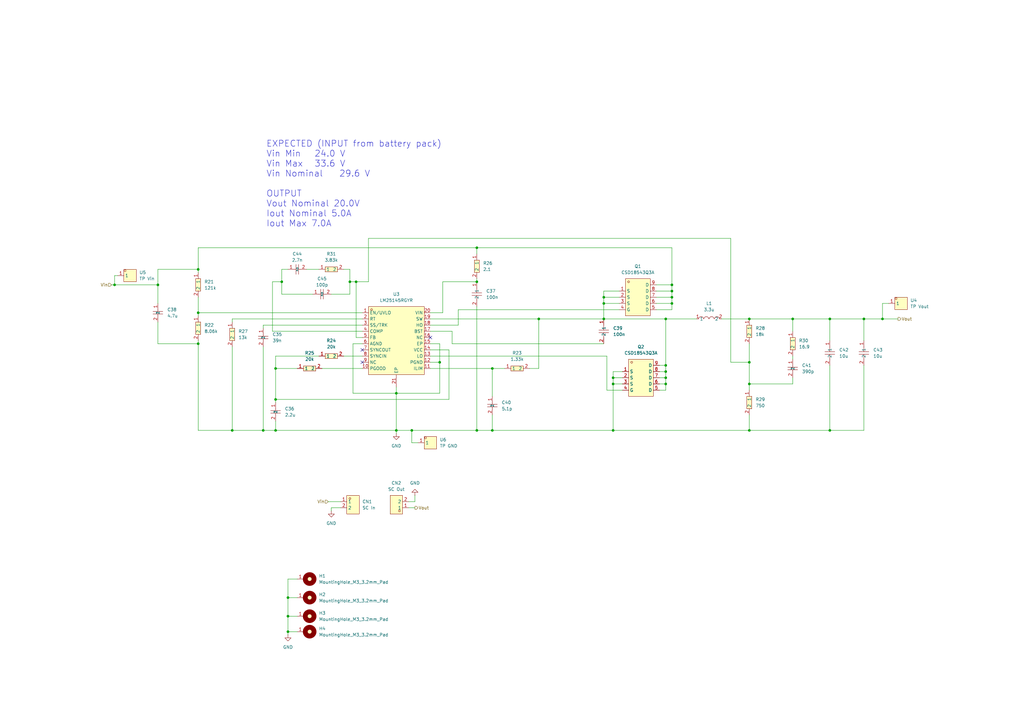
<source format=kicad_sch>
(kicad_sch (version 20250114) (generator "eeschema") (generator_version "9.0")
  (paper "A3")
  (lib_symbols
    (symbol "PCM_SL_Mechanical:MountingHole_M3_3.2mm_Pad"
      (property "Reference" "H" (at 0 7.62 0))
      (property "Value" "MountingHole_M3_3.2mm_Pad" (at 0 5.08 0))
      (symbol "MountingHole_M3_3.2mm_Pad_0_1"
        (circle (center 0 0) (radius 1.27) (fill (type background)))
        (circle (center 0 0) (radius 1.7961) (stroke (width 2)))
      )
      (symbol "MountingHole_M3_3.2mm_Pad_1_1"
        (pin passive line (at 0 -5.08 90) (length 2.54) (name "") (number "1"))
      )
    )
    (symbol "easyeda2kicad:0402CG101J500NT"
      (property "Reference" "C" (at 0 5.08 0))
      (property "Value" "0402CG101J500NT" (at 0 -5.08 0))
      (symbol "0402CG101J500NT_0_1"
        (polyline (pts (xy -1.27 0) (xy -0.51 0)))
        (polyline (pts (xy -0.51 2.03) (xy -0.51 -2.03)))
        (polyline (pts (xy 0.51 2.03) (xy 0.51 -2.03)))
        (polyline (pts (xy 0.51 0) (xy 1.27 0)))
        (pin input line (at -3.81 0 0) (length 2.54) (name "1") (number "1"))
        (pin input line (at 3.81 0 180) (length 2.54) (name "2") (number "2"))
      )
    )
    (symbol "easyeda2kicad:0402CG5R1C500NT"
      (property "Reference" "C" (at 0 5.08 0))
      (property "Value" "0402CG5R1C500NT" (at 0 -5.08 0))
      (symbol "0402CG5R1C500NT_0_1"
        (polyline (pts (xy -1.27 0) (xy -0.51 0)))
        (polyline (pts (xy -0.51 2.03) (xy -0.51 -2.03)))
        (polyline (pts (xy 0.51 2.03) (xy 0.51 -2.03)))
        (polyline (pts (xy 0.51 0) (xy 1.27 0)))
        (pin input line (at -3.81 0 0) (length 2.54) (name "1") (number "1"))
        (pin input line (at 3.81 0 180) (length 2.54) (name "2") (number "2"))
      )
    )
    (symbol "easyeda2kicad:0402WGF1213TCE"
      (property "Reference" "R" (at 0 5.08 0))
      (property "Value" "0402WGF1213TCE" (at 0 -5.08 0))
      (symbol "0402WGF1213TCE_0_1"
        (rectangle (start -2.54 1.02) (end 2.54 -1.02) (fill (type background)))
        (pin input line (at -5.08 0 0) (length 2.54) (name "1") (number "1"))
        (pin input line (at 5.08 0 180) (length 2.54) (name "2") (number "2"))
      )
    )
    (symbol "easyeda2kicad:0402WGF169JTCE"
      (property "Reference" "R" (at 0 5.08 0))
      (property "Value" "0402WGF169JTCE" (at 0 -5.08 0))
      (symbol "0402WGF169JTCE_0_1"
        (rectangle (start -2.54 1.02) (end 2.54 -1.02) (fill (type background)))
        (pin input line (at -5.08 0 0) (length 2.54) (name "1") (number "1"))
        (pin input line (at 5.08 0 180) (length 2.54) (name "2") (number "2"))
      )
    )
    (symbol "easyeda2kicad:0402WGF3831TCE"
      (property "Reference" "R" (at 0 5.08 0))
      (property "Value" "0402WGF3831TCE" (at 0 -5.08 0))
      (symbol "0402WGF3831TCE_0_1"
        (rectangle (start -2.54 1.02) (end 2.54 -1.02) (fill (type background)))
        (pin input line (at -5.08 0 0) (length 2.54) (name "1") (number "1"))
        (pin input line (at 5.08 0 180) (length 2.54) (name "2") (number "2"))
      )
    )
    (symbol "easyeda2kicad:0603B272K500NT"
      (property "Reference" "C" (at 0 5.08 0))
      (property "Value" "0603B272K500NT" (at 0 -5.08 0))
      (symbol "0603B272K500NT_0_1"
        (polyline (pts (xy -1.27 0) (xy -0.51 0)))
        (polyline (pts (xy -0.51 2.03) (xy -0.51 -2.03)))
        (polyline (pts (xy 0.51 2.03) (xy 0.51 -2.03)))
        (polyline (pts (xy 0.51 0) (xy 1.27 0)))
        (pin input line (at -3.81 0 0) (length 2.54) (name "1") (number "1"))
        (pin input line (at 3.81 0 180) (length 2.54) (name "2") (number "2"))
      )
    )
    (symbol "easyeda2kicad:0603B391K500NT"
      (property "Reference" "C" (at 0 5.08 0))
      (property "Value" "0603B391K500NT" (at 0 -5.08 0))
      (symbol "0603B391K500NT_0_1"
        (polyline (pts (xy -1.27 0) (xy -0.51 0)))
        (polyline (pts (xy -0.51 2.03) (xy -0.51 -2.03)))
        (polyline (pts (xy 0.51 2.03) (xy 0.51 -2.03)))
        (polyline (pts (xy 0.51 0) (xy 1.27 0)))
        (pin input line (at -3.81 0 0) (length 2.54) (name "1") (number "1"))
        (pin input line (at 3.81 0 180) (length 2.54) (name "2") (number "2"))
      )
    )
    (symbol "easyeda2kicad:0603B393K500NT"
      (property "Reference" "C" (at 0 5.08 0))
      (property "Value" "0603B393K500NT" (at 0 -5.08 0))
      (symbol "0603B393K500NT_0_1"
        (polyline (pts (xy -1.27 0) (xy -0.51 0)))
        (polyline (pts (xy -0.51 2.03) (xy -0.51 -2.03)))
        (polyline (pts (xy 0.51 2.03) (xy 0.51 -2.03)))
        (polyline (pts (xy 0.51 0) (xy 1.27 0)))
        (pin input line (at -3.81 0 0) (length 2.54) (name "1") (number "1"))
        (pin input line (at 3.81 0 180) (length 2.54) (name "2") (number "2"))
      )
    )
    (symbol "easyeda2kicad:0603WAF1302T5E"
      (property "Reference" "R" (at 0 5.08 0))
      (property "Value" "0603WAF1302T5E" (at 0 -5.08 0))
      (symbol "0603WAF1302T5E_0_1"
        (rectangle (start -2.54 1.02) (end 2.54 -1.02) (fill (type background)))
        (pin input line (at -5.08 0 0) (length 2.54) (name "1") (number "1"))
        (pin input line (at 5.08 0 180) (length 2.54) (name "2") (number "2"))
      )
    )
    (symbol "easyeda2kicad:0603WAF1802T5E"
      (property "Reference" "R" (at 0 5.08 0))
      (property "Value" "0603WAF1802T5E" (at 0 -5.08 0))
      (symbol "0603WAF1802T5E_0_1"
        (rectangle (start -2.54 1.02) (end 2.54 -1.02) (fill (type background)))
        (pin input line (at -5.08 0 0) (length 2.54) (name "1") (number "1"))
        (pin input line (at 5.08 0 180) (length 2.54) (name "2") (number "2"))
      )
    )
    (symbol "easyeda2kicad:0603WAF2002T5E"
      (property "Reference" "R" (at 0 5.08 0))
      (property "Value" "0603WAF2002T5E" (at 0 -5.08 0))
      (symbol "0603WAF2002T5E_0_1"
        (rectangle (start -2.54 1.02) (end 2.54 -1.02) (fill (type background)))
        (pin input line (at -5.08 0 0) (length 2.54) (name "1") (number "1"))
        (pin input line (at 5.08 0 180) (length 2.54) (name "2") (number "2"))
      )
    )
    (symbol "easyeda2kicad:0603WAF8061T5E"
      (property "Reference" "R" (at 0 5.08 0))
      (property "Value" "0603WAF8061T5E" (at 0 -5.08 0))
      (symbol "0603WAF8061T5E_0_1"
        (rectangle (start -2.54 1.02) (end 2.54 -1.02) (fill (type background)))
        (pin input line (at -5.08 0 0) (length 2.54) (name "1") (number "1"))
        (pin input line (at 5.08 0 180) (length 2.54) (name "2") (number "2"))
      )
    )
    (symbol "easyeda2kicad:1206B475K500NT"
      (property "Reference" "C" (at 0 5.08 0))
      (property "Value" "1206B475K500NT" (at 0 -5.08 0))
      (symbol "1206B475K500NT_0_1"
        (polyline (pts (xy -1.27 0) (xy -0.51 0)))
        (polyline (pts (xy -0.51 2.03) (xy -0.51 -2.03)))
        (polyline (pts (xy 0.51 2.03) (xy 0.51 -2.03)))
        (polyline (pts (xy 0.51 0) (xy 1.27 0)))
        (pin input line (at -3.81 0 0) (length 2.54) (name "1") (number "1"))
        (pin input line (at 3.81 0 180) (length 2.54) (name "2") (number "2"))
      )
    )
    (symbol "easyeda2kicad:5011"
      (property "Reference" "U" (at 0 5.08 0))
      (property "Value" "5011" (at 0 -5.08 0))
      (symbol "5011_0_1"
        (rectangle (start -2.54 2.54) (end 2.54 -2.54) (fill (type background)))
        (circle (center -2.03 2.03) (radius 0.38))
        (pin unspecified line (at -5.08 0 0) (length 2.54) (name "1") (number "1"))
      )
    )
    (symbol "easyeda2kicad:CC0603KRX7R9BB104"
      (property "Reference" "C" (at 0 5.08 0))
      (property "Value" "CC0603KRX7R9BB104" (at 0 -5.08 0))
      (symbol "CC0603KRX7R9BB104_0_1"
        (polyline (pts (xy -0.51 0) (xy -2.54 0)))
        (polyline (pts (xy -0.51 -2.03) (xy -0.51 2.03)))
        (polyline (pts (xy 0.51 2.03) (xy 0.51 -2.03)))
        (polyline (pts (xy 2.54 0) (xy 0.51 0)))
        (pin unspecified line (at -5.08 0 0) (length 2.54) (name "1") (number "1"))
        (pin unspecified line (at 5.08 0 180) (length 2.54) (name "2") (number "2"))
      )
    )
    (symbol "easyeda2kicad:CL31B225KBHNNNE"
      (property "Reference" "C" (at 0 5.08 0))
      (property "Value" "CL31B225KBHNNNE" (at 0 -5.08 0))
      (symbol "CL31B225KBHNNNE_0_1"
        (polyline (pts (xy -1.27 0) (xy -0.51 0)))
        (polyline (pts (xy -0.51 2.03) (xy -0.51 -2.03)))
        (polyline (pts (xy 0.51 2.03) (xy 0.51 -2.03)))
        (polyline (pts (xy 0.51 0) (xy 1.27 0)))
        (pin input line (at -3.81 0 0) (length 2.54) (name "1") (number "1"))
        (pin input line (at 3.81 0 180) (length 2.54) (name "2") (number "2"))
      )
    )
    (symbol "easyeda2kicad:CSD18543Q3A"
      (property "Reference" "Q" (at 0 11.43 0))
      (property "Value" "CSD18543Q3A" (at 0 -8.89 0))
      (symbol "CSD18543Q3A_0_1"
        (rectangle (start -5.08 8.89) (end 5.08 -6.35) (fill (type background)))
        (circle (center -3.81 7.62) (radius 0.38))
        (pin unspecified line (at -7.62 3.81 0) (length 2.54) (name "S") (number "1"))
        (pin unspecified line (at -7.62 1.27 0) (length 2.54) (name "S") (number "2"))
        (pin unspecified line (at -7.62 -1.27 0) (length 2.54) (name "S") (number "3"))
        (pin unspecified line (at -7.62 -3.81 0) (length 2.54) (name "G") (number "4"))
        (pin unspecified line (at 7.62 6.35 180) (length 2.54) (name "D") (number "9"))
        (pin unspecified line (at 7.62 3.81 180) (length 2.54) (name "D") (number "8"))
        (pin unspecified line (at 7.62 1.27 180) (length 2.54) (name "D") (number "7"))
        (pin unspecified line (at 7.62 -1.27 180) (length 2.54) (name "D") (number "6"))
        (pin unspecified line (at 7.62 -3.81 180) (length 2.54) (name "D") (number "5"))
      )
    )
    (symbol "easyeda2kicad:DB128V-5.08-2P-GN-S"
      (property "Reference" "CN" (at 0 6.35 0))
      (property "Value" "DB128V-5.08-2P-GN-S" (at 0 -6.35 0))
      (symbol "DB128V-5.08-2P-GN-S_0_1"
        (rectangle (start -2.54 3.81) (end 2.54 -3.81) (fill (type background)))
        (circle (center -1.27 2.54) (radius 0.38))
        (pin unspecified line (at -5.08 1.27 0) (length 2.54) (name "1") (number "1"))
        (pin unspecified line (at -5.08 -1.27 0) (length 2.54) (name "2") (number "2"))
      )
    )
    (symbol "easyeda2kicad:GRM21BR61H106KE43L"
      (property "Reference" "C" (at 0 5.08 0))
      (property "Value" "GRM21BR61H106KE43L" (at 0 -5.08 0))
      (symbol "GRM21BR61H106KE43L_0_1"
        (polyline (pts (xy -0.51 0) (xy -2.54 0)))
        (polyline (pts (xy -0.51 -2.03) (xy -0.51 2.03)))
        (polyline (pts (xy 0.51 2.03) (xy 0.51 -2.03)))
        (polyline (pts (xy 2.54 0) (xy 0.51 0)))
        (pin unspecified line (at -5.08 0 0) (length 2.54) (name "1") (number "1"))
        (pin unspecified line (at 5.08 0 180) (length 2.54) (name "2") (number "2"))
      )
    )
    (symbol "easyeda2kicad:LM25145RGYR"
      (property "Reference" "U" (at 0 16.51 0))
      (property "Value" "LM25145RGYR" (at 0 -24.13 0))
      (symbol "LM25145RGYR_0_1"
        (rectangle (start -11.43 13.97) (end 11.43 -13.97) (fill (type background)))
        (circle (center -10.16 12.7) (radius 0.38))
        (pin unspecified line (at -13.97 11.43 0) (length 2.54) (name "EN/UVLO") (number "1"))
        (pin unspecified line (at -13.97 8.89 0) (length 2.54) (name "RT") (number "2"))
        (pin unspecified line (at -13.97 6.35 0) (length 2.54) (name "SS/TRK") (number "3"))
        (pin unspecified line (at -13.97 3.81 0) (length 2.54) (name "COMP") (number "4"))
        (pin unspecified line (at -13.97 1.27 0) (length 2.54) (name "FB") (number "5"))
        (pin unspecified line (at -13.97 -1.27 0) (length 2.54) (name "AGND") (number "6"))
        (pin unspecified line (at -13.97 -3.81 0) (length 2.54) (name "SYNCOUT") (number "7"))
        (pin unspecified line (at -13.97 -6.35 0) (length 2.54) (name "SYNCIN") (number "8"))
        (pin unspecified line (at -13.97 -8.89 0) (length 2.54) (name "NC") (number "9"))
        (pin unspecified line (at -13.97 -11.43 0) (length 2.54) (name "PGOOD") (number "10"))
        (pin unspecified line (at 0 -19.05 90) (length 5.08) (name "EP") (number "21"))
        (pin unspecified line (at 13.97 11.43 180) (length 2.54) (name "VIN") (number "20"))
        (pin unspecified line (at 13.97 8.89 180) (length 2.54) (name "SW") (number "19"))
        (pin unspecified line (at 13.97 6.35 180) (length 2.54) (name "HO") (number "18"))
        (pin unspecified line (at 13.97 3.81 180) (length 2.54) (name "BST") (number "17"))
        (pin unspecified line (at 13.97 1.27 180) (length 2.54) (name "NC") (number "16"))
        (pin unspecified line (at 13.97 -1.27 180) (length 2.54) (name "EP") (number "15"))
        (pin unspecified line (at 13.97 -3.81 180) (length 2.54) (name "VCC") (number "14"))
        (pin unspecified line (at 13.97 -6.35 180) (length 2.54) (name "LO") (number "13"))
        (pin unspecified line (at 13.97 -8.89 180) (length 2.54) (name "PGND") (number "12"))
        (pin unspecified line (at 13.97 -11.43 180) (length 2.54) (name "ILIM") (number "11"))
      )
    )
    (symbol "easyeda2kicad:RC0402JR-07750RL"
      (property "Reference" "R" (at 0 5.08 0))
      (property "Value" "RC0402JR-07750RL" (at 0 -5.08 0))
      (symbol "RC0402JR-07750RL_0_1"
        (rectangle (start -2.54 1.02) (end 2.54 -1.02) (fill (type background)))
        (pin input line (at -5.08 0 0) (length 2.54) (name "1") (number "1"))
        (pin input line (at 5.08 0 180) (length 2.54) (name "2") (number "2"))
      )
    )
    (symbol "easyeda2kicad:RC0603FR-071K33L"
      (property "Reference" "R" (at 0 5.08 0))
      (property "Value" "RC0603FR-071K33L" (at 0 -5.08 0))
      (symbol "RC0603FR-071K33L_0_1"
        (rectangle (start -2.54 1.02) (end 2.54 -1.02) (fill (type background)))
        (pin input line (at -5.08 0 0) (length 2.54) (name "1") (number "1"))
        (pin input line (at 5.08 0 180) (length 2.54) (name "2") (number "2"))
      )
    )
    (symbol "easyeda2kicad:RS-03L2R10FT"
      (property "Reference" "R" (at 0 5.08 0))
      (property "Value" "RS-03L2R10FT" (at 0 -5.08 0))
      (symbol "RS-03L2R10FT_0_1"
        (rectangle (start -2.54 1.02) (end 2.54 -1.02) (fill (type background)))
        (pin unspecified line (at -5.08 0 0) (length 2.54) (name "1") (number "1"))
        (pin unspecified line (at 5.08 0 180) (length 2.54) (name "2") (number "2"))
      )
    )
    (symbol "easyeda2kicad:SMMS1040-3R3M"
      (property "Reference" "L" (at 0 5.08 0))
      (property "Value" "SMMS1040-3R3M" (at 0 -5.08 0))
      (symbol "SMMS1040-3R3M_0_1"
        (arc (start -2.27 -0.02) (mid -3.28 -0.9427) (end -4.29 -0.02))
        (arc (start -0.11 -0.02) (mid -1.12 -0.9471) (end -2.13 -0.02))
        (arc (start 2.04 -0.02) (mid 1.03 -0.9471) (end 0.02 -0.02))
        (arc (start 4.23 -0.02) (mid 3.22 -0.9471) (end 2.21 -0.02))
        (pin unspecified line (at -5.08 0 0) (length 0.762) (name "1") (number "1"))
        (pin unspecified line (at 5.08 0 180) (length 0.762) (name "2") (number "2"))
      )
    )
    (symbol "power:GND" (power) (pin_numbers (hide yes)) (pin_names (offset 0) (hide yes))
      (property "Value" "GND" (at 0 -3.81 0))
      (symbol "GND_0_1"
        (polyline (pts (xy 0 0) (xy 0 -1.27) (xy 1.27 -1.27) (xy 0 -2.54) (xy -1.27 -1.27) (xy 0 -1.27)))
      )
      (symbol "GND_1_1"
        (pin power_in line (at 0 0 270) (length 0) (name "~") (number "1"))
      )
    )
  )
  (text "EXPECTED (INPUT from battery pack)\nVin Min	24.0 V\nVin Max	33.6 V\nVin Nominal	29.6 V\n\nOUTPUT\nVout Nominal 20.0V\nIout Nominal 5.0A\nIout Max 7.0A" (at 109.22 75.438 0) (effects (font (size 2.54 2.54)) (justify left)))
  (junction (at 107.95 176.53))
  (junction (at 118.11 259.08))
  (junction (at 273.05 149.86))
  (junction (at 220.98 130.81))
  (junction (at 146.05 115.57))
  (junction (at 275.59 121.92))
  (junction (at 325.12 130.81))
  (junction (at 275.59 124.46))
  (junction (at 195.58 176.53))
  (junction (at 275.59 116.84))
  (junction (at 273.05 130.81))
  (junction (at 81.28 140.97))
  (junction (at 195.58 115.57))
  (junction (at 113.03 163.83))
  (junction (at 273.05 154.94))
  (junction (at 340.36 130.81))
  (junction (at 273.05 157.48))
  (junction (at 307.34 176.53))
  (junction (at 113.03 176.53))
  (junction (at 201.93 176.53))
  (junction (at 275.59 119.38))
  (junction (at 143.51 115.57))
  (junction (at 113.03 151.13))
  (junction (at 273.05 152.4))
  (junction (at 115.57 115.57))
  (junction (at 64.77 116.84))
  (junction (at 162.56 161.29))
  (junction (at 247.65 121.92))
  (junction (at 81.28 128.27))
  (junction (at 247.65 130.81))
  (junction (at 46.99 116.84))
  (junction (at 307.34 148.59))
  (junction (at 354.33 130.81))
  (junction (at 118.11 252.73))
  (junction (at 251.46 154.94))
  (junction (at 251.46 176.53))
  (junction (at 195.58 101.6))
  (junction (at 95.25 176.53))
  (junction (at 247.65 124.46))
  (junction (at 201.93 151.13))
  (junction (at 251.46 157.48))
  (junction (at 118.11 245.11))
  (junction (at 180.34 148.59))
  (junction (at 307.34 157.48))
  (junction (at 81.28 110.49))
  (junction (at 307.34 130.81))
  (junction (at 162.56 176.53))
  (junction (at 168.91 176.53))
  (junction (at 361.95 130.81))
  (junction (at 340.36 176.53))
  (no_connect (at 148.59 148.59))
  (no_connect (at 176.53 138.43))
  (no_connect (at 148.59 143.51))
  (wire (pts (xy 275.59 101.6) (xy 275.59 116.84)))
  (wire (pts (xy 118.11 245.11) (xy 118.11 252.73)))
  (wire (pts (xy 180.34 148.59) (xy 180.34 161.29)))
  (wire (pts (xy 325.12 130.81) (xy 325.12 135.89)))
  (wire (pts (xy 251.46 152.4) (xy 255.27 152.4)))
  (wire (pts (xy 361.95 124.46) (xy 364.49 124.46)))
  (wire (pts (xy 354.33 130.81) (xy 361.95 130.81)))
  (wire (pts (xy 195.58 176.53) (xy 201.93 176.53)))
  (wire (pts (xy 151.13 97.79) (xy 151.13 115.57)))
  (wire (pts (xy 111.76 115.57) (xy 111.76 135.89)))
  (wire (pts (xy 113.03 163.83) (xy 184.15 163.83)))
  (wire (pts (xy 143.51 115.57) (xy 143.51 120.65)))
  (wire (pts (xy 144.78 140.97) (xy 144.78 161.29)))
  (wire (pts (xy 168.91 176.53) (xy 168.91 181.61)))
  (wire (pts (xy 270.51 157.48) (xy 273.05 157.48)))
  (wire (pts (xy 325.12 130.81) (xy 340.36 130.81)))
  (wire (pts (xy 247.65 121.92) (xy 254 121.92)))
  (wire (pts (xy 162.56 176.53) (xy 162.56 177.8)))
  (wire (pts (xy 140.97 146.05) (xy 148.59 146.05)))
  (wire (pts (xy 162.56 161.29) (xy 180.34 161.29)))
  (wire (pts (xy 146.05 115.57) (xy 146.05 138.43)))
  (wire (pts (xy 113.03 151.13) (xy 121.92 151.13)))
  (wire (pts (xy 144.78 140.97) (xy 148.59 140.97)))
  (wire (pts (xy 299.72 97.79) (xy 299.72 148.59)))
  (wire (pts (xy 361.95 130.81) (xy 368.3 130.81)))
  (wire (pts (xy 176.53 146.05) (xy 248.92 146.05)))
  (wire (pts (xy 176.53 130.81) (xy 220.98 130.81)))
  (wire (pts (xy 269.24 121.92) (xy 275.59 121.92)))
  (wire (pts (xy 176.53 151.13) (xy 201.93 151.13)))
  (wire (pts (xy 307.34 176.53) (xy 340.36 176.53)))
  (wire (pts (xy 46.99 113.03) (xy 46.99 116.84)))
  (wire (pts (xy 247.65 124.46) (xy 254 124.46)))
  (wire (pts (xy 107.95 133.35) (xy 107.95 134.62)))
  (wire (pts (xy 113.03 146.05) (xy 113.03 151.13)))
  (wire (pts (xy 95.25 130.81) (xy 148.59 130.81)))
  (wire (pts (xy 295.91 130.81) (xy 307.34 130.81)))
  (wire (pts (xy 118.11 252.73) (xy 118.11 259.08)))
  (wire (pts (xy 247.65 119.38) (xy 254 119.38)))
  (wire (pts (xy 269.24 119.38) (xy 275.59 119.38)))
  (wire (pts (xy 247.65 119.38) (xy 247.65 121.92)))
  (wire (pts (xy 185.42 135.89) (xy 185.42 140.97)))
  (wire (pts (xy 118.11 259.08) (xy 118.11 260.35)))
  (wire (pts (xy 354.33 130.81) (xy 354.33 139.7)))
  (wire (pts (xy 187.96 127) (xy 187.96 133.35)))
  (wire (pts (xy 270.51 149.86) (xy 273.05 149.86)))
  (wire (pts (xy 275.59 116.84) (xy 275.59 119.38)))
  (wire (pts (xy 113.03 176.53) (xy 162.56 176.53)))
  (wire (pts (xy 248.92 146.05) (xy 248.92 160.02)))
  (wire (pts (xy 118.11 237.49) (xy 118.11 245.11)))
  (wire (pts (xy 325.12 154.94) (xy 325.12 157.48)))
  (wire (pts (xy 269.24 116.84) (xy 275.59 116.84)))
  (wire (pts (xy 125.73 110.49) (xy 130.81 110.49)))
  (wire (pts (xy 176.53 148.59) (xy 180.34 148.59)))
  (wire (pts (xy 162.56 158.75) (xy 162.56 161.29)))
  (wire (pts (xy 201.93 170.18) (xy 201.93 176.53)))
  (wire (pts (xy 201.93 151.13) (xy 201.93 162.56)))
  (wire (pts (xy 181.61 115.57) (xy 195.58 115.57)))
  (wire (pts (xy 220.98 151.13) (xy 217.17 151.13)))
  (wire (pts (xy 168.91 181.61) (xy 171.45 181.61)))
  (wire (pts (xy 307.34 130.81) (xy 325.12 130.81)))
  (wire (pts (xy 162.56 161.29) (xy 162.56 176.53)))
  (wire (pts (xy 111.76 115.57) (xy 115.57 115.57)))
  (wire (pts (xy 81.28 101.6) (xy 81.28 110.49)))
  (wire (pts (xy 46.99 113.03) (xy 48.26 113.03)))
  (wire (pts (xy 151.13 97.79) (xy 299.72 97.79)))
  (wire (pts (xy 273.05 152.4) (xy 273.05 154.94)))
  (wire (pts (xy 143.51 115.57) (xy 146.05 115.57)))
  (wire (pts (xy 340.36 149.86) (xy 340.36 176.53)))
  (wire (pts (xy 95.25 142.24) (xy 95.25 176.53)))
  (wire (pts (xy 64.77 110.49) (xy 81.28 110.49)))
  (wire (pts (xy 201.93 151.13) (xy 207.01 151.13)))
  (wire (pts (xy 273.05 149.86) (xy 273.05 152.4)))
  (wire (pts (xy 118.11 237.49) (xy 121.92 237.49)))
  (wire (pts (xy 115.57 120.65) (xy 128.27 120.65)))
  (wire (pts (xy 299.72 148.59) (xy 307.34 148.59)))
  (wire (pts (xy 340.36 130.81) (xy 354.33 130.81)))
  (wire (pts (xy 247.65 124.46) (xy 247.65 130.81)))
  (wire (pts (xy 81.28 121.92) (xy 81.28 128.27)))
  (wire (pts (xy 46.99 116.84) (xy 45.72 116.84)))
  (wire (pts (xy 307.34 170.18) (xy 307.34 176.53)))
  (wire (pts (xy 95.25 130.81) (xy 95.25 132.08)))
  (wire (pts (xy 144.78 161.29) (xy 162.56 161.29)))
  (wire (pts (xy 115.57 110.49) (xy 118.11 110.49)))
  (wire (pts (xy 275.59 119.38) (xy 275.59 121.92)))
  (wire (pts (xy 270.51 154.94) (xy 273.05 154.94)))
  (wire (pts (xy 176.53 128.27) (xy 181.61 128.27)))
  (wire (pts (xy 167.64 208.28) (xy 170.18 208.28)))
  (wire (pts (xy 111.76 135.89) (xy 148.59 135.89)))
  (wire (pts (xy 64.77 140.97) (xy 81.28 140.97)))
  (wire (pts (xy 64.77 124.46) (xy 64.77 116.84)))
  (wire (pts (xy 132.08 151.13) (xy 148.59 151.13)))
  (wire (pts (xy 220.98 130.81) (xy 247.65 130.81)))
  (wire (pts (xy 251.46 154.94) (xy 255.27 154.94)))
  (wire (pts (xy 95.25 176.53) (xy 107.95 176.53)))
  (wire (pts (xy 325.12 146.05) (xy 325.12 147.32)))
  (wire (pts (xy 107.95 176.53) (xy 113.03 176.53)))
  (wire (pts (xy 251.46 152.4) (xy 251.46 154.94)))
  (wire (pts (xy 269.24 124.46) (xy 275.59 124.46)))
  (wire (pts (xy 113.03 146.05) (xy 130.81 146.05)))
  (wire (pts (xy 273.05 130.81) (xy 285.75 130.81)))
  (wire (pts (xy 270.51 152.4) (xy 273.05 152.4)))
  (wire (pts (xy 307.34 157.48) (xy 307.34 160.02)))
  (wire (pts (xy 181.61 115.57) (xy 181.61 128.27)))
  (wire (pts (xy 195.58 115.57) (xy 195.58 114.3)))
  (wire (pts (xy 220.98 130.81) (xy 220.98 151.13)))
  (wire (pts (xy 81.28 128.27) (xy 148.59 128.27)))
  (wire (pts (xy 270.51 160.02) (xy 273.05 160.02)))
  (wire (pts (xy 135.89 120.65) (xy 143.51 120.65)))
  (wire (pts (xy 185.42 140.97) (xy 247.65 140.97)))
  (wire (pts (xy 195.58 101.6) (xy 195.58 104.14)))
  (wire (pts (xy 201.93 176.53) (xy 251.46 176.53)))
  (wire (pts (xy 167.64 205.74) (xy 170.18 205.74)))
  (wire (pts (xy 146.05 115.57) (xy 151.13 115.57)))
  (wire (pts (xy 81.28 128.27) (xy 81.28 129.54)))
  (wire (pts (xy 170.18 203.2) (xy 170.18 205.74)))
  (wire (pts (xy 140.97 110.49) (xy 143.51 110.49)))
  (wire (pts (xy 81.28 110.49) (xy 81.28 111.76)))
  (wire (pts (xy 354.33 149.86) (xy 354.33 176.53)))
  (wire (pts (xy 162.56 176.53) (xy 168.91 176.53)))
  (wire (pts (xy 107.95 133.35) (xy 148.59 133.35)))
  (wire (pts (xy 247.65 121.92) (xy 247.65 124.46)))
  (wire (pts (xy 273.05 154.94) (xy 273.05 157.48)))
  (wire (pts (xy 134.62 205.74) (xy 139.7 205.74)))
  (wire (pts (xy 115.57 115.57) (xy 115.57 120.65)))
  (wire (pts (xy 195.58 125.73) (xy 195.58 176.53)))
  (wire (pts (xy 168.91 176.53) (xy 195.58 176.53)))
  (wire (pts (xy 113.03 172.72) (xy 113.03 176.53)))
  (wire (pts (xy 180.34 140.97) (xy 180.34 148.59)))
  (wire (pts (xy 135.89 208.28) (xy 135.89 209.55)))
  (wire (pts (xy 269.24 127) (xy 275.59 127)))
  (wire (pts (xy 247.65 130.81) (xy 273.05 130.81)))
  (wire (pts (xy 64.77 132.08) (xy 64.77 140.97)))
  (wire (pts (xy 118.11 245.11) (xy 121.92 245.11)))
  (wire (pts (xy 184.15 143.51) (xy 184.15 163.83)))
  (wire (pts (xy 307.34 148.59) (xy 307.34 157.48)))
  (wire (pts (xy 81.28 176.53) (xy 95.25 176.53)))
  (wire (pts (xy 251.46 176.53) (xy 307.34 176.53)))
  (wire (pts (xy 176.53 135.89) (xy 185.42 135.89)))
  (wire (pts (xy 187.96 127) (xy 254 127)))
  (wire (pts (xy 143.51 110.49) (xy 143.51 115.57)))
  (wire (pts (xy 64.77 110.49) (xy 64.77 116.84)))
  (wire (pts (xy 81.28 139.7) (xy 81.28 140.97)))
  (wire (pts (xy 81.28 101.6) (xy 195.58 101.6)))
  (wire (pts (xy 275.59 121.92) (xy 275.59 124.46)))
  (wire (pts (xy 361.95 124.46) (xy 361.95 130.81)))
  (wire (pts (xy 135.89 208.28) (xy 139.7 208.28)))
  (wire (pts (xy 251.46 154.94) (xy 251.46 157.48)))
  (wire (pts (xy 113.03 151.13) (xy 113.03 163.83)))
  (wire (pts (xy 273.05 130.81) (xy 273.05 149.86)))
  (wire (pts (xy 81.28 140.97) (xy 81.28 176.53)))
  (wire (pts (xy 176.53 140.97) (xy 180.34 140.97)))
  (wire (pts (xy 251.46 157.48) (xy 255.27 157.48)))
  (wire (pts (xy 113.03 165.1) (xy 113.03 163.83)))
  (wire (pts (xy 115.57 110.49) (xy 115.57 115.57)))
  (wire (pts (xy 176.53 133.35) (xy 187.96 133.35)))
  (wire (pts (xy 251.46 157.48) (xy 251.46 176.53)))
  (wire (pts (xy 275.59 124.46) (xy 275.59 127)))
  (wire (pts (xy 146.05 138.43) (xy 148.59 138.43)))
  (wire (pts (xy 307.34 157.48) (xy 325.12 157.48)))
  (wire (pts (xy 195.58 101.6) (xy 275.59 101.6)))
  (wire (pts (xy 176.53 143.51) (xy 184.15 143.51)))
  (wire (pts (xy 118.11 252.73) (xy 121.92 252.73)))
  (wire (pts (xy 118.11 259.08) (xy 121.92 259.08)))
  (wire (pts (xy 273.05 157.48) (xy 273.05 160.02)))
  (wire (pts (xy 340.36 130.81) (xy 340.36 139.7)))
  (wire (pts (xy 248.92 160.02) (xy 255.27 160.02)))
  (wire (pts (xy 340.36 176.53) (xy 354.33 176.53)))
  (wire (pts (xy 307.34 140.97) (xy 307.34 148.59)))
  (wire (pts (xy 107.95 142.24) (xy 107.95 176.53)))
  (wire (pts (xy 64.77 116.84) (xy 46.99 116.84)))
  (hierarchical_label "Vout" (shape output) (at 170.18 208.28 0))
  (hierarchical_label "Vin" (shape input) (at 45.72 116.84 180))
  (hierarchical_label "Vout" (shape output) (at 368.3 130.81 0))
  (hierarchical_label "Vin" (shape input) (at 134.62 205.74 180))
  (symbol (lib_id "easyeda2kicad:LM25145RGYR") (at 162.56 139.7 0) (unit 1)
    (property "Reference" "U3" (at 162.56 120.65 0))
    (property "Value" "LM25145RGYR" (at 162.56 123.19 0))
    (property "Footprint" "easyeda2kicad:VQFN-20_L4.5-W3.5-P0.50-BL-EP" (effects (hide yes)))
    (property "LCSC Part" "C2876740" (effects (hide yes)))
  )
  (symbol (lib_id "power:GND") (at 118.11 260.35 0) (unit 1)
    (property "Reference" "#PWR036" (effects (hide yes)))
    (property "Value" "GND" (at 118.11 265.43 0))
    (property "Description" "Power symbol creates a global label with name \"GND\" , ground" (effects (hide yes)))
  )
  (symbol (lib_id "easyeda2kicad:DB128V-5.08-2P-GN-S") (at 162.56 207.01 180) (unit 1)
    (property "Reference" "CN2" (at 162.56 198.12 0))
    (property "Value" "SC Out" (at 162.56 200.66 0))
    (property "Footprint" "easyeda2kicad:CONN-TH_2P-P5.08_DIBO_DB128V-5.08" (effects (hide yes)))
    (property "LCSC Part" "C2915639" (effects (hide yes)))
  )
  (symbol (lib_id "easyeda2kicad:CC0603KRX7R9BB104") (at 195.58 120.65 270) (unit 1)
    (property "Reference" "C37" (at 199.39 119.3799 90) (effects (justify left)))
    (property "Value" "100n" (at 199.39 121.9199 90) (effects (justify left)))
    (property "Footprint" "easyeda2kicad:C0603" (effects (hide yes)))
    (property "Datasheet" "https://lcsc.com/product-detail/Multilayer-Ceramic-Capacitors-MLCC-SMD-SMT_100nF-104-10-50V_C14663.html" (effects (hide yes)))
    (property "LCSC Part" "C14663" (effects (hide yes)))
  )
  (symbol (lib_id "easyeda2kicad:5011") (at 176.53 181.61 0) (unit 1)
    (property "Reference" "U6" (at 180.34 180.3399 0) (effects (justify left)))
    (property "Value" "TP GND" (at 180.34 182.8799 0) (effects (justify left)))
    (property "Footprint" "easyeda2kicad:TEST-TH_BD3.17-P1.87" (effects (hide yes)))
    (property "Datasheet" "https://lcsc.com/product-detail/Test-Points-Test-Rings_Keystone_5011_Keystone-5011_C238127.html" (effects (hide yes)))
    (property "LCSC Part" "C238127" (effects (hide yes)))
  )
  (symbol (lib_id "easyeda2kicad:0402CG5R1C500NT") (at 201.93 166.37 270) (unit 1)
    (property "Reference" "C40" (at 205.74 165.0999 90) (effects (justify left)))
    (property "Value" "5.1p" (at 205.74 167.6399 90) (effects (justify left)))
    (property "Footprint" "easyeda2kicad:C0402" (effects (hide yes)))
    (property "Datasheet" "https://lcsc.com/product-detail/Multilayer-Ceramic-Capacitors-MLCC-SMD-SMT_5-1pF-5R1-0-25pF-50V_C60220.html" (effects (hide yes)))
    (property "LCSC Part" "C60220" (effects (hide yes)))
  )
  (symbol (lib_id "easyeda2kicad:0402WGF169JTCE") (at 325.12 140.97 270) (unit 1)
    (property "Reference" "R30" (at 327.66 139.6999 90) (effects (justify left)))
    (property "Value" "16.9" (at 327.66 142.2399 90) (effects (justify left)))
    (property "Footprint" "easyeda2kicad:R0402" (effects (hide yes)))
    (property "Datasheet" "https://lcsc.com/product-detail/Chip-Resistor-Surface-Mount-UniOhm_16-9R-16R9-1_C82287.html" (effects (hide yes)))
    (property "LCSC Part" "C82287" (effects (hide yes)))
  )
  (symbol (lib_id "easyeda2kicad:RC0603FR-071K33L") (at 212.09 151.13 0) (unit 1)
    (property "Reference" "R23" (at 212.09 144.78 0))
    (property "Value" "1.33k" (at 212.09 147.32 0))
    (property "Footprint" "easyeda2kicad:R0603" (effects (hide yes)))
    (property "Datasheet" "https://lcsc.com/product-detail/_RC0603FR-071K33L_C137778.html" (effects (hide yes)))
    (property "LCSC Part" "C137778" (effects (hide yes)))
  )
  (symbol (lib_id "easyeda2kicad:CSD18543Q3A") (at 262.89 156.21 0) (unit 1)
    (property "Reference" "Q2" (at 262.89 142.24 0))
    (property "Value" "CSD18543Q3A" (at 262.89 144.78 0))
    (property "Footprint" "easyeda2kicad:VSONP-8_L3.1-W3.1-P0.65-LS3.5-BL" (effects (hide yes)))
    (property "LCSC Part" "C840100" (effects (hide yes)))
  )
  (symbol (lib_id "easyeda2kicad:0603B393K500NT") (at 107.95 138.43 270) (unit 1)
    (property "Reference" "C35" (at 111.76 137.1599 90) (effects (justify left)))
    (property "Value" "39n" (at 111.76 139.6999 90) (effects (justify left)))
    (property "Footprint" "easyeda2kicad:C0603" (effects (hide yes)))
    (property "Datasheet" "https://lcsc.com/product-detail/Multilayer-Ceramic-Capacitors-MLCC-SMD-SMT_39nF-393-10-50V_C1619.html" (effects (hide yes)))
    (property "LCSC Part" "C1619" (effects (hide yes)))
  )
  (symbol (lib_id "PCM_SL_Mechanical:MountingHole_M3_3.2mm_Pad") (at 127 259.08 270) (unit 1)
    (property "Reference" "H4" (at 130.81 257.8099 90) (effects (justify left)))
    (property "Value" "MountingHole_M3_3.2mm_Pad" (at 130.81 260.3499 90) (effects (justify left)))
    (property "Footprint" "PCM_SL_Mechanical:MountingHole_3.2mm_Pad" (effects (hide yes)))
    (property "Description" "3.2mm Diameter Mounting Hole Pad (M3)" (effects (hide yes)))
  )
  (symbol (lib_id "power:GND") (at 135.89 209.55 0) (unit 1)
    (property "Reference" "#PWR034" (effects (hide yes)))
    (property "Value" "GND" (at 135.89 214.63 0))
    (property "Description" "Power symbol creates a global label with name \"GND\" , ground" (effects (hide yes)))
  )
  (symbol (lib_id "easyeda2kicad:0603WAF8061T5E") (at 81.28 134.62 270) (unit 1)
    (property "Reference" "R22" (at 83.82 133.3499 90) (effects (justify left)))
    (property "Value" "8.06k" (at 83.82 135.8899 90) (effects (justify left)))
    (property "Footprint" "easyeda2kicad:R0603" (effects (hide yes)))
    (property "Datasheet" "https://lcsc.com/product-detail/Chip-Resistor-Surface-Mount-UniOhm_8-06KR-8061-1_C23112.html" (effects (hide yes)))
    (property "LCSC Part" "C23112" (effects (hide yes)))
  )
  (symbol (lib_id "easyeda2kicad:CC0603KRX7R9BB104") (at 247.65 135.89 270) (unit 1)
    (property "Reference" "C39" (at 251.46 134.6199 90) (effects (justify left)))
    (property "Value" "100n" (at 251.46 137.1599 90) (effects (justify left)))
    (property "Footprint" "easyeda2kicad:C0603" (effects (hide yes)))
    (property "Datasheet" "https://lcsc.com/product-detail/Multilayer-Ceramic-Capacitors-MLCC-SMD-SMT_100nF-104-10-50V_C14663.html" (effects (hide yes)))
    (property "LCSC Part" "C14663" (effects (hide yes)))
  )
  (symbol (lib_id "power:GND") (at 162.56 177.8 0) (unit 1)
    (property "Reference" "#PWR033" (effects (hide yes)))
    (property "Value" "GND" (at 162.56 182.88 0))
    (property "Description" "Power symbol creates a global label with name \"GND\" , ground" (effects (hide yes)))
  )
  (symbol (lib_id "easyeda2kicad:RS-03L2R10FT") (at 195.58 109.22 270) (unit 1)
    (property "Reference" "R26" (at 198.12 107.9499 90) (effects (justify left)))
    (property "Value" "2.1" (at 198.12 110.4899 90) (effects (justify left)))
    (property "Footprint" "easyeda2kicad:R0603" (effects (hide yes)))
    (property "Datasheet" "https://lcsc.com/product-detail/Others_Guangdong-Fenghua-Advanced-Tech-RS-03L2R10FT_C322117.html" (effects (hide yes)))
    (property "LCSC Part" "C322117" (effects (hide yes)))
  )
  (symbol (lib_id "easyeda2kicad:1206B475K500NT") (at 64.77 128.27 270) (unit 1)
    (property "Reference" "C38" (at 68.58 126.9999 90) (effects (justify left)))
    (property "Value" "4.7u" (at 68.58 129.5399 90) (effects (justify left)))
    (property "Footprint" "easyeda2kicad:C1206" (effects (hide yes)))
    (property "Datasheet" "https://lcsc.com/product-detail/Multilayer-Ceramic-Capacitors-MLCC-SMD-SMT_4-7uF-475-10-50V_C29823.html" (effects (hide yes)))
    (property "LCSC Part" "C29823" (effects (hide yes)))
  )
  (symbol (lib_id "easyeda2kicad:0402WGF3831TCE") (at 135.89 110.49 0) (unit 1)
    (property "Reference" "R31" (at 135.89 104.14 0))
    (property "Value" "3.83k" (at 135.89 106.68 0))
    (property "Footprint" "easyeda2kicad:R0402" (effects (hide yes)))
    (property "Datasheet" "https://lcsc.com/product-detail/Chip-Resistor-Surface-Mount-UniOhm_3-83KR-3831-1_C67236.html" (effects (hide yes)))
    (property "LCSC Part" "C67236" (effects (hide yes)))
  )
  (symbol (lib_id "easyeda2kicad:CL31B225KBHNNNE") (at 113.03 168.91 270) (unit 1)
    (property "Reference" "C36" (at 116.84 167.6399 90) (effects (justify left)))
    (property "Value" "2.2u" (at 116.84 170.1799 90) (effects (justify left)))
    (property "Footprint" "easyeda2kicad:C1206" (effects (hide yes)))
    (property "Datasheet" "https://lcsc.com/product-detail/Multilayer-Ceramic-Capacitors-MLCC-SMD-SMT_SAMSUNG_CL31B225KBHNNNE_2-2uF-225-10-50V_C50254.html" (effects (hide yes)))
    (property "LCSC Part" "C50254" (effects (hide yes)))
  )
  (symbol (lib_id "easyeda2kicad:GRM21BR61H106KE43L") (at 354.33 144.78 270) (unit 1)
    (property "Reference" "C43" (at 358.14 143.5099 90) (effects (justify left)))
    (property "Value" "10u" (at 358.14 146.0499 90) (effects (justify left)))
    (property "Footprint" "easyeda2kicad:C0805" (effects (hide yes)))
    (property "Datasheet" "https://lcsc.com/product-detail/Multilayer-Ceramic-Capacitors-MLCC-SMD-SMT_Murata-Electronics-GRM21BR61H106KE43L_C440198.html" (effects (hide yes)))
    (property "LCSC Part" "C440198" (effects (hide yes)))
  )
  (symbol (lib_id "easyeda2kicad:0603WAF2002T5E") (at 127 151.13 0) (unit 1)
    (property "Reference" "R25" (at 127 144.78 0))
    (property "Value" "20k" (at 127 147.32 0))
    (property "Footprint" "easyeda2kicad:R0603" (effects (hide yes)))
    (property "Datasheet" "https://lcsc.com/product-detail/Chip-Resistor-Surface-Mount-UniOhm_20KR-2002-1_C4184.html" (effects (hide yes)))
    (property "LCSC Part" "C4184" (effects (hide yes)))
  )
  (symbol (lib_id "PCM_SL_Mechanical:MountingHole_M3_3.2mm_Pad") (at 127 252.73 270) (unit 1)
    (property "Reference" "H3" (at 130.81 251.4599 90) (effects (justify left)))
    (property "Value" "MountingHole_M3_3.2mm_Pad" (at 130.81 253.9999 90) (effects (justify left)))
    (property "Footprint" "PCM_SL_Mechanical:MountingHole_3.2mm_Pad" (effects (hide yes)))
    (property "Description" "3.2mm Diameter Mounting Hole Pad (M3)" (effects (hide yes)))
  )
  (symbol (lib_id "easyeda2kicad:5011") (at 369.57 124.46 0) (unit 1)
    (property "Reference" "U4" (at 373.38 123.1899 0) (effects (justify left)))
    (property "Value" "TP Vout" (at 373.38 125.7299 0) (effects (justify left)))
    (property "Footprint" "easyeda2kicad:TEST-TH_BD3.17-P1.87" (effects (hide yes)))
    (property "Datasheet" "https://lcsc.com/product-detail/Test-Points-Test-Rings_Keystone_5011_Keystone-5011_C238127.html" (effects (hide yes)))
    (property "LCSC Part" "C238127" (effects (hide yes)))
  )
  (symbol (lib_id "easyeda2kicad:GRM21BR61H106KE43L") (at 340.36 144.78 270) (unit 1)
    (property "Reference" "C42" (at 344.17 143.5099 90) (effects (justify left)))
    (property "Value" "10u" (at 344.17 146.0499 90) (effects (justify left)))
    (property "Footprint" "easyeda2kicad:C0805" (effects (hide yes)))
    (property "Datasheet" "https://lcsc.com/product-detail/Multilayer-Ceramic-Capacitors-MLCC-SMD-SMT_Murata-Electronics-GRM21BR61H106KE43L_C440198.html" (effects (hide yes)))
    (property "LCSC Part" "C440198" (effects (hide yes)))
  )
  (symbol (lib_id "easyeda2kicad:0603WAF1802T5E") (at 307.34 135.89 270) (unit 1)
    (property "Reference" "R28" (at 309.88 134.6199 90) (effects (justify left)))
    (property "Value" "18k" (at 309.88 137.1599 90) (effects (justify left)))
    (property "Footprint" "easyeda2kicad:R0603" (effects (hide yes)))
    (property "Datasheet" "https://lcsc.com/product-detail/Chip-Resistor-Surface-Mount-UniOhm_18KR-1802-1_C25810.html" (effects (hide yes)))
    (property "LCSC Part" "C25810" (effects (hide yes)))
  )
  (symbol (lib_id "easyeda2kicad:0402WGF1213TCE") (at 81.28 116.84 270) (unit 1)
    (property "Reference" "R21" (at 83.82 115.5699 90) (effects (justify left)))
    (property "Value" "121k" (at 83.82 118.1099 90) (effects (justify left)))
    (property "Footprint" "easyeda2kicad:R0402" (effects (hide yes)))
    (property "Datasheet" "https://lcsc.com/product-detail/Chip-Resistor-Surface-Mount-UniOhm_121KR-1213-1_C11693.html" (effects (hide yes)))
    (property "LCSC Part" "C11693" (effects (hide yes)))
  )
  (symbol (lib_id "easyeda2kicad:0402CG101J500NT") (at 132.08 120.65 0) (unit 1)
    (property "Reference" "C45" (at 132.08 114.3 0))
    (property "Value" "100p" (at 132.08 116.84 0))
    (property "Footprint" "easyeda2kicad:C0402" (effects (hide yes)))
    (property "Datasheet" "https://lcsc.com/product-detail/Multilayer-Ceramic-Capacitors-MLCC-SMD-SMT_100pF-101-5-50V_C1546.html" (effects (hide yes)))
    (property "LCSC Part" "C1546" (effects (hide yes)))
  )
  (symbol (lib_id "easyeda2kicad:RC0402JR-07750RL") (at 307.34 165.1 270) (unit 1)
    (property "Reference" "R29" (at 309.88 163.8299 90) (effects (justify left)))
    (property "Value" "750" (at 309.88 166.3699 90) (effects (justify left)))
    (property "Footprint" "easyeda2kicad:R0402" (effects (hide yes)))
    (property "Datasheet" "https://lcsc.com/product-detail/Chip-Resistor-Surface-Mount_750R-751-5_C137842.html" (effects (hide yes)))
    (property "LCSC Part" "C137842" (effects (hide yes)))
  )
  (symbol (lib_id "easyeda2kicad:0603WAF1302T5E") (at 95.25 137.16 270) (unit 1)
    (property "Reference" "R27" (at 97.79 135.8899 90) (effects (justify left)))
    (property "Value" "13k" (at 97.79 138.4299 90) (effects (justify left)))
    (property "Footprint" "easyeda2kicad:R0603" (effects (hide yes)))
    (property "Datasheet" "https://lcsc.com/product-detail/Chip-Resistor-Surface-Mount-UniOhm_13KR-1302-1_C22797.html" (effects (hide yes)))
    (property "LCSC Part" "C22797" (effects (hide yes)))
  )
  (symbol (lib_id "easyeda2kicad:0603B391K500NT") (at 325.12 151.13 270) (unit 1)
    (property "Reference" "C41" (at 328.93 149.8599 90) (effects (justify left)))
    (property "Value" "390p" (at 328.93 152.3999 90) (effects (justify left)))
    (property "Footprint" "easyeda2kicad:C0603" (effects (hide yes)))
    (property "Datasheet" "https://lcsc.com/product-detail/Multilayer-Ceramic-Capacitors-MLCC-SMD-SMT_390pF-391-10-50V_C1617.html" (effects (hide yes)))
    (property "LCSC Part" "C1617" (effects (hide yes)))
  )
  (symbol (lib_id "PCM_SL_Mechanical:MountingHole_M3_3.2mm_Pad") (at 127 237.49 270) (unit 1)
    (property "Reference" "H1" (at 130.81 236.2199 90) (effects (justify left)))
    (property "Value" "MountingHole_M3_3.2mm_Pad" (at 130.81 238.7599 90) (effects (justify left)))
    (property "Footprint" "PCM_SL_Mechanical:MountingHole_3.2mm_Pad" (effects (hide yes)))
    (property "Description" "3.2mm Diameter Mounting Hole Pad (M3)" (effects (hide yes)))
  )
  (symbol (lib_id "easyeda2kicad:DB128V-5.08-2P-GN-S") (at 144.78 207.01 0) (unit 1)
    (property "Reference" "CN1" (at 148.59 205.7399 0) (effects (justify left)))
    (property "Value" "SC In" (at 148.59 208.2799 0) (effects (justify left)))
    (property "Footprint" "easyeda2kicad:CONN-TH_2P-P5.08_DIBO_DB128V-5.08" (effects (hide yes)))
    (property "LCSC Part" "C2915639" (effects (hide yes)))
  )
  (symbol (lib_id "easyeda2kicad:SMMS1040-3R3M") (at 290.83 130.81 0) (mirror x) (unit 1)
    (property "Reference" "L1" (at 290.83 124.46 0))
    (property "Value" "3.3u" (at 290.83 127 0))
    (property "Footprint" "easyeda2kicad:IND-SMD_L11.5-W10.0_SMMS1040" (effects (hide yes)))
    (property "Datasheet" "https://lcsc.com/product-detail/Power-Inductors_3-3uH-20_C149592.html" (effects (hide yes)))
    (property "LCSC Part" "C149592" (effects (hide yes)))
  )
  (symbol (lib_id "easyeda2kicad:5011") (at 53.34 113.03 0) (unit 1)
    (property "Reference" "U5" (at 57.15 111.7599 0) (effects (justify left)))
    (property "Value" "TP Vin" (at 57.15 114.2999 0) (effects (justify left)))
    (property "Footprint" "easyeda2kicad:TEST-TH_BD3.17-P1.87" (effects (hide yes)))
    (property "Datasheet" "https://lcsc.com/product-detail/Test-Points-Test-Rings_Keystone_5011_Keystone-5011_C238127.html" (effects (hide yes)))
    (property "LCSC Part" "C238127" (effects (hide yes)))
  )
  (symbol (lib_id "easyeda2kicad:0603B272K500NT") (at 121.92 110.49 0) (unit 1)
    (property "Reference" "C44" (at 121.92 104.14 0))
    (property "Value" "2.7n" (at 121.92 106.68 0))
    (property "Footprint" "easyeda2kicad:C0603" (effects (hide yes)))
    (property "Datasheet" "https://lcsc.com/product-detail/Multilayer-Ceramic-Capacitors-MLCC-SMD-SMT_2-7nF-272-10-50V_C1609.html" (effects (hide yes)))
    (property "LCSC Part" "C1609" (effects (hide yes)))
  )
  (symbol (lib_id "easyeda2kicad:0603WAF2002T5E") (at 135.89 146.05 0) (unit 1)
    (property "Reference" "R24" (at 135.89 139.7 0))
    (property "Value" "20k" (at 135.89 142.24 0))
    (property "Footprint" "easyeda2kicad:R0603" (effects (hide yes)))
    (property "Datasheet" "https://lcsc.com/product-detail/Chip-Resistor-Surface-Mount-UniOhm_20KR-2002-1_C4184.html" (effects (hide yes)))
    (property "LCSC Part" "C4184" (effects (hide yes)))
  )
  (symbol (lib_id "power:GND") (at 170.18 203.2 180) (unit 1)
    (property "Reference" "#PWR035" (effects (hide yes)))
    (property "Value" "GND" (at 170.18 198.12 0))
    (property "Description" "Power symbol creates a global label with name \"GND\" , ground" (effects (hide yes)))
  )
  (symbol (lib_id "easyeda2kicad:CSD18543Q3A") (at 261.62 123.19 0) (unit 1)
    (property "Reference" "Q1" (at 261.62 109.22 0))
    (property "Value" "CSD18543Q3A" (at 261.62 111.76 0))
    (property "Footprint" "easyeda2kicad:VSONP-8_L3.1-W3.1-P0.65-LS3.5-BL" (effects (hide yes)))
    (property "LCSC Part" "C840100" (effects (hide yes)))
  )
  (symbol (lib_id "PCM_SL_Mechanical:MountingHole_M3_3.2mm_Pad") (at 127 245.11 270) (unit 1)
    (property "Reference" "H2" (at 130.81 243.8399 90) (effects (justify left)))
    (property "Value" "MountingHole_M3_3.2mm_Pad" (at 130.81 246.3799 90) (effects (justify left)))
    (property "Footprint" "PCM_SL_Mechanical:MountingHole_3.2mm_Pad" (effects (hide yes)))
    (property "Description" "3.2mm Diameter Mounting Hole Pad (M3)" (effects (hide yes)))
  )
)
</source>
